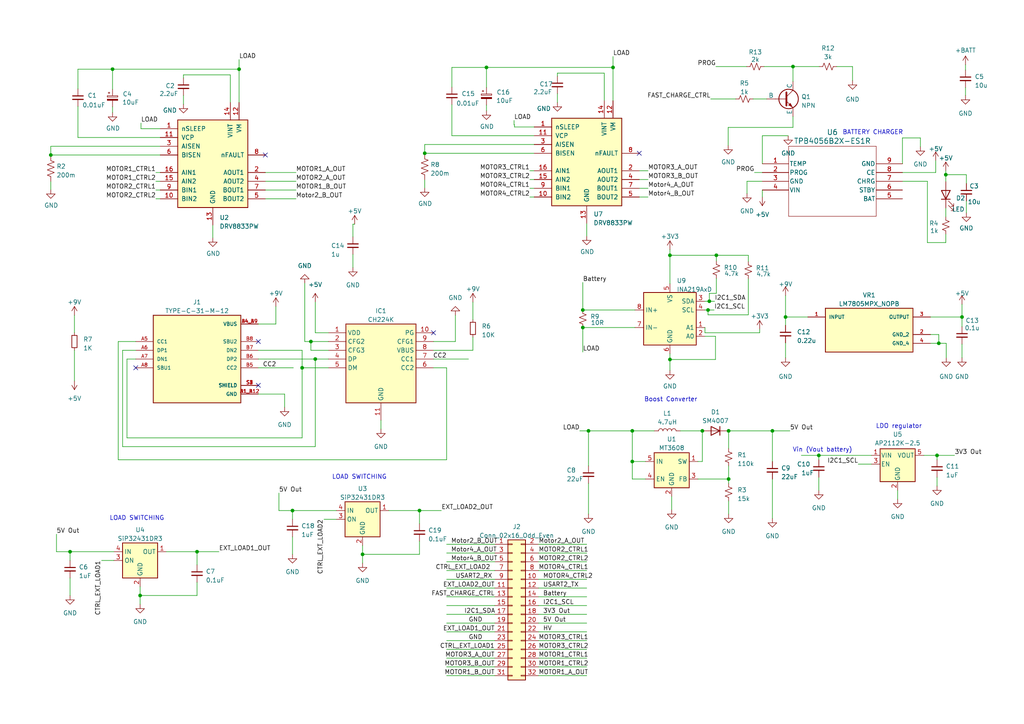
<source format=kicad_sch>
(kicad_sch (version 20230121) (generator eeschema)
  (paper "A4")
  (title_block (title "Micromouse") (date "2025-03-22") (rev "1") (company "University Of Cape Town") (comment 2 "Athaliah Pillay") (comment 3 "Maishikoe Nchabeleng"))
  (junction (at 211.328 138.938))
  (junction (at 169.037 89.916))
  (junction (at 272.288 99.568))
  (junction (at 123.19 44.45))
  (junction (at 224.028 124.968))
  (junction (at 84.836 148.082))
  (junction (at 170.688 124.968))
  (junction (at 20.32 160.02))
  (junction (at 207.772 74.041))
  (junction (at 57.15 160.02))
  (junction (at 91.44 104.14))
  (junction (at 274.32 50.673))
  (junction (at 229.997 19.304))
  (junction (at 227.838 91.948))
  (junction (at 203.708 124.968))
  (junction (at 194.31 74.041))
  (junction (at 211.328 124.968))
  (junction (at 183.388 133.858))
  (junction (at 69.342 20.066))
  (junction (at 121.666 148.082))
  (junction (at 169.037 94.996))
  (junction (at 279.019 91.948))
  (junction (at 32.639 20.066))
  (junction (at 105.156 160.782))
  (junction (at 87.63 106.68))
  (junction (at 194.31 104.267))
  (junction (at 141.097 19.558))
  (junction (at 14.732 44.958))
  (junction (at 237.49 132.08))
  (junction (at 205.74 87.376))
  (junction (at 205.359 89.916))
  (junction (at 40.64 172.72))
  (junction (at 271.78 132.08))
  (junction (at 183.388 124.968))
  (junction (at 90.17 99.06))
  (junction (at 177.8 19.558))
  (no_connect (at 125.73 96.52))
  (no_connect (at 74.93 99.06))
  (no_connect (at 39.37 106.68))
  (no_connect (at 185.42 44.45))
  (no_connect (at 76.962 44.958))
  (no_connect (at 74.93 111.76))
  (wire (pts (xy 141.097 19.558) (xy 141.097 25.4)))
  (wire (pts (xy 154.94 39.37) (xy 131.064 39.37)))
  (wire (pts (xy 14.732 42.418) (xy 14.732 44.958)))
  (wire (pts (xy 121.666 148.082) (xy 128.016 148.082)))
  (wire (pts (xy 91.44 129.54) (xy 91.44 104.14)))
  (wire (pts (xy 211.201 36.957) (xy 211.201 42.164)))
  (wire (pts (xy 221.615 19.304) (xy 229.997 19.304)))
  (wire (pts (xy 22.606 20.066) (xy 32.639 20.066)))
  (wire (pts (xy 211.328 135.128) (xy 211.328 138.938)))
  (wire (pts (xy 274.32 50.673) (xy 274.32 52.705)))
  (wire (pts (xy 156.21 188.341) (xy 170.18 188.341)))
  (wire (pts (xy 169.037 94.996) (xy 184.15 94.996)))
  (wire (pts (xy 237.49 132.08) (xy 237.49 133.35)))
  (wire (pts (xy 221.107 47.498) (xy 221.107 39.37)))
  (wire (pts (xy 32.639 30.988) (xy 32.639 32.639)))
  (wire (pts (xy 105.156 160.782) (xy 121.666 160.782)))
  (wire (pts (xy 129.54 133.35) (xy 34.29 133.35)))
  (wire (pts (xy 280.289 50.673) (xy 280.289 53.213)))
  (wire (pts (xy 280.035 25.4) (xy 280.035 27.686)))
  (wire (pts (xy 248.92 134.62) (xy 252.73 134.62)))
  (wire (pts (xy 229.997 33.782) (xy 229.997 36.957)))
  (wire (pts (xy 242.697 19.304) (xy 247.269 19.304)))
  (wire (pts (xy 227.838 85.725) (xy 227.838 91.948)))
  (wire (pts (xy 156.21 180.721) (xy 170.18 180.721)))
  (wire (pts (xy 149.225 36.83) (xy 154.94 36.83)))
  (wire (pts (xy 169.037 81.915) (xy 169.037 89.916)))
  (wire (pts (xy 110.49 121.92) (xy 110.49 124.46)))
  (wire (pts (xy 129.54 165.481) (xy 143.51 165.481)))
  (wire (pts (xy 156.21 168.021) (xy 170.18 168.021)))
  (wire (pts (xy 170.688 124.968) (xy 183.388 124.968)))
  (wire (pts (xy 216.662 52.578) (xy 216.662 56.134)))
  (wire (pts (xy 213.36 28.702) (xy 206.121 28.702)))
  (wire (pts (xy 84.836 148.082) (xy 80.899 148.082)))
  (wire (pts (xy 170.688 135.128) (xy 170.688 124.968)))
  (wire (pts (xy 153.67 52.07) (xy 154.94 52.07)))
  (wire (pts (xy 204.47 97.536) (xy 207.518 97.536)))
  (wire (pts (xy 61.722 65.278) (xy 61.722 68.961)))
  (wire (pts (xy 125.73 101.6) (xy 137.16 101.6)))
  (wire (pts (xy 20.32 160.02) (xy 33.02 160.02)))
  (wire (pts (xy 20.32 160.02) (xy 20.32 162.56)))
  (wire (pts (xy 137.16 97.79) (xy 137.16 101.6)))
  (wire (pts (xy 279.019 91.948) (xy 279.019 94.742)))
  (wire (pts (xy 156.21 165.481) (xy 170.18 165.481)))
  (wire (pts (xy 69.342 17.272) (xy 69.342 20.066)))
  (wire (pts (xy 204.47 96.52) (xy 220.345 96.52)))
  (wire (pts (xy 74.93 104.14) (xy 91.44 104.14)))
  (wire (pts (xy 129.54 162.941) (xy 143.51 162.941)))
  (wire (pts (xy 218.821 50.038) (xy 221.107 50.038)))
  (wire (pts (xy 45.212 52.578) (xy 46.482 52.578)))
  (wire (pts (xy 221.107 52.578) (xy 216.662 52.578)))
  (wire (pts (xy 271.78 132.08) (xy 271.78 133.35)))
  (wire (pts (xy 69.342 20.066) (xy 69.342 29.718)))
  (wire (pts (xy 129.54 173.101) (xy 143.51 173.101)))
  (wire (pts (xy 22.606 30.861) (xy 22.606 39.878)))
  (wire (pts (xy 123.19 44.45) (xy 123.19 44.577)))
  (wire (pts (xy 40.894 37.338) (xy 40.894 35.687)))
  (wire (pts (xy 187.198 133.858) (xy 183.388 133.858)))
  (wire (pts (xy 85.852 50.038) (xy 76.962 50.038)))
  (wire (pts (xy 91.44 104.14) (xy 95.25 104.14)))
  (wire (pts (xy 197.358 124.968) (xy 203.708 124.968)))
  (wire (pts (xy 170.688 140.208) (xy 170.688 149.098)))
  (wire (pts (xy 227.838 91.948) (xy 227.838 94.361)))
  (wire (pts (xy 220.345 95.504) (xy 220.345 96.52)))
  (wire (pts (xy 217.043 91.313) (xy 205.359 91.313)))
  (wire (pts (xy 21.59 91.44) (xy 21.59 96.52)))
  (wire (pts (xy 221.107 39.37) (xy 228.6 39.37)))
  (wire (pts (xy 194.31 104.267) (xy 194.31 107.442)))
  (wire (pts (xy 229.997 19.304) (xy 237.617 19.304)))
  (wire (pts (xy 207.518 97.536) (xy 207.518 104.267)))
  (wire (pts (xy 204.47 96.52) (xy 204.47 94.996)))
  (wire (pts (xy 16.383 154.94) (xy 16.383 160.02)))
  (wire (pts (xy 129.54 195.961) (xy 143.51 195.961)))
  (wire (pts (xy 224.028 138.938) (xy 224.028 150.368)))
  (wire (pts (xy 205.74 85.09) (xy 205.74 87.376)))
  (wire (pts (xy 194.31 72.39) (xy 194.31 74.041)))
  (wire (pts (xy 129.54 185.801) (xy 143.51 185.801)))
  (wire (pts (xy 129.54 190.881) (xy 143.51 190.881)))
  (wire (pts (xy 36.83 104.14) (xy 39.37 104.14)))
  (wire (pts (xy 274.32 67.945) (xy 274.32 70.358)))
  (wire (pts (xy 185.42 52.07) (xy 187.96 52.07)))
  (wire (pts (xy 129.54 170.561) (xy 143.51 170.561)))
  (wire (pts (xy 280.289 58.293) (xy 280.289 61.722)))
  (wire (pts (xy 156.21 190.881) (xy 170.18 190.881)))
  (wire (pts (xy 87.63 127) (xy 36.83 127)))
  (wire (pts (xy 39.37 101.6) (xy 35.56 101.6)))
  (wire (pts (xy 224.028 124.968) (xy 229.108 124.968)))
  (wire (pts (xy 274.447 99.568) (xy 274.447 103.759)))
  (wire (pts (xy 14.732 52.705) (xy 14.732 54.991)))
  (wire (pts (xy 175.26 21.209) (xy 161.671 21.209)))
  (wire (pts (xy 156.21 173.101) (xy 170.18 173.101)))
  (wire (pts (xy 207.772 74.041) (xy 217.043 74.041)))
  (wire (pts (xy 207.518 104.267) (xy 194.31 104.267)))
  (wire (pts (xy 53.213 21.717) (xy 53.213 22.606)))
  (wire (pts (xy 87.63 106.68) (xy 95.25 106.68)))
  (wire (pts (xy 74.93 114.3) (xy 82.55 114.3)))
  (wire (pts (xy 207.645 19.304) (xy 216.535 19.304)))
  (wire (pts (xy 156.21 178.181) (xy 170.18 178.181)))
  (wire (pts (xy 156.21 175.641) (xy 170.18 175.641)))
  (wire (pts (xy 261.747 52.578) (xy 268.986 52.578)))
  (wire (pts (xy 35.56 129.54) (xy 91.44 129.54)))
  (wire (pts (xy 156.21 170.561) (xy 170.18 170.561)))
  (wire (pts (xy 268.986 52.578) (xy 268.986 70.358)))
  (wire (pts (xy 185.42 49.53) (xy 187.96 49.53)))
  (wire (pts (xy 82.55 114.3) (xy 82.55 118.11)))
  (wire (pts (xy 261.747 50.038) (xy 271.399 50.038)))
  (wire (pts (xy 95.25 101.6) (xy 90.17 101.6)))
  (wire (pts (xy 91.44 96.52) (xy 91.44 87.63)))
  (wire (pts (xy 205.359 89.916) (xy 207.137 89.916)))
  (wire (pts (xy 274.32 49.53) (xy 274.32 50.673)))
  (wire (pts (xy 227.838 99.441) (xy 227.838 103.759)))
  (wire (pts (xy 129.54 168.021) (xy 143.51 168.021)))
  (wire (pts (xy 90.17 101.6) (xy 90.17 99.06)))
  (wire (pts (xy 232.41 132.08) (xy 237.49 132.08)))
  (wire (pts (xy 125.73 99.06) (xy 132.08 99.06)))
  (wire (pts (xy 74.93 106.68) (xy 85.09 106.68)))
  (wire (pts (xy 84.836 148.082) (xy 84.836 150.622)))
  (wire (pts (xy 279.019 99.822) (xy 279.019 103.759)))
  (wire (pts (xy 84.836 155.702) (xy 84.836 160.782)))
  (wire (pts (xy 247.269 19.304) (xy 247.269 23.368)))
  (wire (pts (xy 40.64 170.18) (xy 40.64 172.72)))
  (wire (pts (xy 76.962 55.118) (xy 85.852 55.118)))
  (wire (pts (xy 87.63 101.6) (xy 87.63 106.68)))
  (wire (pts (xy 156.21 185.801) (xy 170.18 185.801)))
  (wire (pts (xy 156.21 195.961) (xy 170.18 195.961)))
  (wire (pts (xy 22.606 20.066) (xy 22.606 25.781)))
  (wire (pts (xy 87.63 106.68) (xy 87.63 127)))
  (wire (pts (xy 185.42 57.15) (xy 187.96 57.15)))
  (wire (pts (xy 153.67 57.15) (xy 154.94 57.15)))
  (wire (pts (xy 156.21 183.261) (xy 170.18 183.261)))
  (wire (pts (xy 76.962 52.578) (xy 85.852 52.578)))
  (wire (pts (xy 102.362 65.024) (xy 102.87 65.024)))
  (wire (pts (xy 36.83 127) (xy 36.83 104.14)))
  (wire (pts (xy 102.362 65.024) (xy 102.362 68.707)))
  (wire (pts (xy 21.59 101.6) (xy 21.59 110.49)))
  (wire (pts (xy 218.44 28.702) (xy 222.377 28.702)))
  (wire (pts (xy 129.54 178.181) (xy 143.51 178.181)))
  (wire (pts (xy 129.54 193.421) (xy 143.51 193.421)))
  (wire (pts (xy 105.156 158.242) (xy 105.156 160.782)))
  (wire (pts (xy 217.043 80.899) (xy 217.043 91.313)))
  (wire (pts (xy 280.035 18.796) (xy 280.035 20.32)))
  (wire (pts (xy 121.666 148.082) (xy 121.666 151.892)))
  (wire (pts (xy 69.342 20.066) (xy 32.639 20.066)))
  (wire (pts (xy 125.73 104.14) (xy 135.89 104.14)))
  (wire (pts (xy 161.671 21.209) (xy 161.671 22.098)))
  (wire (pts (xy 272.288 99.568) (xy 274.447 99.568)))
  (wire (pts (xy 131.064 19.558) (xy 131.064 25.273)))
  (wire (pts (xy 169.037 89.916) (xy 184.15 89.916)))
  (wire (pts (xy 66.802 21.717) (xy 53.213 21.717)))
  (wire (pts (xy 102.362 73.787) (xy 102.362 77.597)))
  (wire (pts (xy 207.772 85.09) (xy 205.74 85.09)))
  (wire (pts (xy 234.315 91.948) (xy 227.838 91.948)))
  (wire (pts (xy 268.986 70.358) (xy 274.32 70.358)))
  (wire (pts (xy 132.08 91.44) (xy 132.08 99.06)))
  (wire (pts (xy 211.328 124.968) (xy 211.328 130.048)))
  (wire (pts (xy 169.037 94.996) (xy 169.037 102.108)))
  (wire (pts (xy 177.8 16.383) (xy 177.8 19.558)))
  (wire (pts (xy 74.93 93.98) (xy 80.01 93.98)))
  (wire (pts (xy 45.212 55.118) (xy 46.482 55.118)))
  (wire (pts (xy 131.064 30.353) (xy 131.064 39.37)))
  (wire (pts (xy 177.8 19.558) (xy 141.097 19.558)))
  (wire (pts (xy 183.388 124.968) (xy 189.738 124.968)))
  (wire (pts (xy 149.225 36.195) (xy 149.225 36.83)))
  (wire (pts (xy 237.49 132.08) (xy 252.73 132.08)))
  (wire (pts (xy 194.31 74.041) (xy 194.31 82.296)))
  (wire (pts (xy 46.482 37.338) (xy 40.894 37.338)))
  (wire (pts (xy 183.388 124.968) (xy 183.388 133.858)))
  (wire (pts (xy 194.31 102.616) (xy 194.31 104.267)))
  (wire (pts (xy 91.44 96.52) (xy 95.25 96.52)))
  (wire (pts (xy 260.35 142.24) (xy 260.35 144.78)))
  (wire (pts (xy 123.19 41.91) (xy 123.19 44.45)))
  (wire (pts (xy 137.16 87.63) (xy 137.16 92.71)))
  (wire (pts (xy 105.156 160.782) (xy 105.156 163.322)))
  (wire (pts (xy 156.21 162.941) (xy 170.18 162.941)))
  (wire (pts (xy 40.64 172.72) (xy 57.15 172.72)))
  (wire (pts (xy 95.25 99.06) (xy 90.17 99.06)))
  (wire (pts (xy 224.028 124.968) (xy 211.328 124.968)))
  (wire (pts (xy 53.213 27.686) (xy 53.213 30.226)))
  (wire (pts (xy 129.54 188.341) (xy 143.51 188.341)))
  (wire (pts (xy 129.54 183.261) (xy 143.51 183.261)))
  (wire (pts (xy 156.21 157.861) (xy 170.18 157.861)))
  (wire (pts (xy 274.32 60.325) (xy 274.32 62.865)))
  (wire (pts (xy 269.875 97.028) (xy 272.288 97.028)))
  (wire (pts (xy 205.74 87.376) (xy 207.264 87.376)))
  (wire (pts (xy 66.802 21.717) (xy 66.802 29.718)))
  (wire (pts (xy 271.78 132.08) (xy 276.86 132.08)))
  (wire (pts (xy 153.67 49.53) (xy 154.94 49.53)))
  (wire (pts (xy 185.42 54.61) (xy 187.96 54.61)))
  (wire (pts (xy 183.388 138.938) (xy 187.198 138.938)))
  (wire (pts (xy 129.54 157.861) (xy 143.51 157.861)))
  (wire (pts (xy 14.732 42.418) (xy 46.482 42.418)))
  (wire (pts (xy 88.392 82.169) (xy 88.392 99.06)))
  (wire (pts (xy 141.097 30.48) (xy 141.097 32.131)))
  (wire (pts (xy 168.148 124.968) (xy 170.688 124.968)))
  (wire (pts (xy 34.29 99.06) (xy 39.37 99.06)))
  (wire (pts (xy 20.32 167.64) (xy 20.32 172.72)))
  (wire (pts (xy 161.671 27.178) (xy 161.671 29.718)))
  (wire (pts (xy 131.064 19.558) (xy 141.097 19.558)))
  (wire (pts (xy 125.73 106.68) (xy 129.54 106.68)))
  (wire (pts (xy 45.212 50.038) (xy 46.482 50.038)))
  (wire (pts (xy 149.098 34.925) (xy 149.098 36.195)))
  (wire (pts (xy 129.54 175.641) (xy 143.51 175.641)))
  (wire (pts (xy 211.328 138.938) (xy 211.328 140.208)))
  (wire (pts (xy 274.32 50.673) (xy 280.289 50.673)))
  (wire (pts (xy 129.54 180.721) (xy 143.51 180.721)))
  (wire (pts (xy 29.464 162.56) (xy 33.02 162.56)))
  (wire (pts (xy 183.388 133.858) (xy 183.388 138.938)))
  (wire (pts (xy 207.772 74.041) (xy 207.772 75.692)))
  (wire (pts (xy 90.17 99.06) (xy 88.392 99.06)))
  (wire (pts (xy 74.93 101.6) (xy 87.63 101.6)))
  (wire (pts (xy 45.212 57.658) (xy 46.482 57.658)))
  (wire (pts (xy 57.15 160.02) (xy 63.5 160.02)))
  (wire (pts (xy 266.954 40.005) (xy 266.954 42.545)))
  (wire (pts (xy 48.26 160.02) (xy 57.15 160.02)))
  (wire (pts (xy 272.288 97.028) (xy 272.288 99.568)))
  (wire (pts (xy 237.49 138.43) (xy 237.49 142.24)))
  (wire (pts (xy 129.54 160.401) (xy 143.51 160.401)))
  (wire (pts (xy 224.028 133.858) (xy 224.028 124.968)))
  (wire (pts (xy 112.776 148.082) (xy 121.666 148.082)))
  (wire (pts (xy 229.997 36.957) (xy 211.201 36.957)))
  (wire (pts (xy 279.019 88.265) (xy 279.019 91.948)))
  (wire (pts (xy 207.772 80.772) (xy 207.772 85.09)))
  (wire (pts (xy 156.21 160.401) (xy 170.18 160.401)))
  (wire (pts (xy 203.708 124.968) (xy 203.708 133.858)))
  (wire (pts (xy 177.8 19.558) (xy 177.8 29.21)))
  (wire (pts (xy 20.32 160.02) (xy 16.383 160.02)))
  (wire (pts (xy 211.328 145.288) (xy 211.328 149.098)))
  (wire (pts (xy 229.997 19.304) (xy 229.997 23.622)))
  (wire (pts (xy 170.18 64.77) (xy 170.18 68.453)))
  (wire (pts (xy 14.732 44.958) (xy 14.732 45.085)))
  (wire (pts (xy 204.47 89.916) (xy 205.359 89.916)))
  (wire (pts (xy 271.399 46.609) (xy 271.399 50.038)))
  (wire (pts (xy 14.732 44.958) (xy 46.482 44.958)))
  (wire (pts (xy 175.26 21.209) (xy 175.26 29.21)))
  (wire (pts (xy 261.747 40.005) (xy 266.954 40.005)))
  (wire (pts (xy 35.56 101.6) (xy 35.56 129.54)))
  (wire (pts (xy 204.47 87.376) (xy 205.74 87.376)))
  (wire (pts (xy 80.899 143.002) (xy 80.899 148.082)))
  (wire (pts (xy 153.67 54.61) (xy 154.94 54.61)))
  (wire (pts (xy 76.962 57.658) (xy 85.852 57.658)))
  (wire (pts (xy 121.666 160.782) (xy 121.666 156.972)))
  (wire (pts (xy 261.747 47.498) (xy 261.747 40.005)))
  (wire (pts (xy 267.97 132.08) (xy 271.78 132.08)))
  (wire (pts (xy 32.639 20.066) (xy 32.639 25.908)))
  (wire (pts (xy 40.64 172.72) (xy 40.64 175.26)))
  (wire (pts (xy 129.54 106.68) (xy 129.54 133.35)))
  (wire (pts (xy 205.359 91.313) (xy 205.359 89.916)))
  (wire (pts (xy 123.19 44.45) (xy 154.94 44.45)))
  (wire (pts (xy 123.19 52.197) (xy 123.19 54.483)))
  (wire (pts (xy 269.875 91.948) (xy 279.019 91.948)))
  (wire (pts (xy 46.482 39.878) (xy 22.606 39.878)))
  (wire (pts (xy 57.15 172.72) (xy 57.15 168.91)))
  (wire (pts (xy 194.31 74.041) (xy 207.772 74.041)))
  (wire (pts (xy 221.107 57.15) (xy 221.107 55.118)))
  (wire (pts (xy 156.21 193.421) (xy 170.18 193.421)))
  (wire (pts (xy 269.875 99.568) (xy 272.288 99.568)))
  (wire (pts (xy 149.098 36.195) (xy 149.225 36.195)))
  (wire (pts (xy 80.01 88.9) (xy 80.01 93.98)))
  (wire (pts (xy 202.438 138.938) (xy 211.328 138.938)))
  (wire (pts (xy 123.19 41.91) (xy 154.94 41.91)))
  (wire (pts (xy 194.818 144.018) (xy 194.818 147.828)))
  (wire (pts (xy 84.836 148.082) (xy 97.536 148.082)))
  (wire (pts (xy 203.708 133.858) (xy 202.438 133.858)))
  (wire (pts (xy 34.29 133.35) (xy 34.29 99.06)))
  (wire (pts (xy 271.78 138.43) (xy 271.78 140.97)))
  (wire (pts (xy 57.15 160.02) (xy 57.15 163.83)))
  (wire (pts (xy 217.043 74.041) (xy 217.043 75.819)))
  (wire (pts (xy 93.98 150.622) (xy 97.536 150.622)))
  (text "BATTERY CHARGER" (at 244.348 39.243 0) (effects (font (size 1.27 1.27)) (justify left bottom)))
  (text "LOAD SWITCHING\n" (at 31.75 151.13 0) (effects (font (size 1.27 1.27)) (justify left bottom)))
  (text "Vin (Vout battery)\n\n" (at 229.87 133.35 0) (effects (font (size 1.27 1.27)) (justify left bottom)))
  (text "LOAD SWITCHING\n" (at 96.266 139.192 0) (effects (font (size 1.27 1.27)) (justify left bottom)))
  (text "LDO regulator" (at 254 124.46 0) (effects (font (size 1.27 1.27)) (justify left bottom)))
  (text "Boost Converter\n" (at 202.311 116.713 0) (effects (font (size 1.27 1.27)) (justify right bottom)))
  (label "MOTOR4_CTRL2" (at 153.67 57.15 180))
  (label "I2C1_SCL" (at 248.92 134.62 180))
  (label "MOTOR4_CTRL1" (at 153.67 54.61 180))
  (label "MOTOR3_A_OUT" (at 143.51 190.881 180))
  (label "MOTOR3_A_OUT" (at 187.96 49.53 0))
  (label "MOTOR1_B_OUT" (at 143.51 195.961 180))
  (label "MOTOR3_CTRL2" (at 153.67 52.07 180))
  (label "I2C1_SCL" (at 157.48 175.641 0))
  (label "USART2_RX" (at 132.08 168.021 0))
  (label "USART2_TX" (at 157.48 170.561 0))
  (label "MOTOR2_CTRL2" (at 45.212 57.658 180))
  (label "GND" (at 135.89 180.721 0))
  (label "MOTOR3_B_OUT" (at 143.51 193.421 180))
  (label "CTRL_EXT_LOAD1" (at 29.464 162.56 270))
  (label "MOTOR2_A_OUT" (at 85.852 52.578 0))
  (label "LOAD" (at 177.8 16.383 0))
  (label "Motor2_B_OUT" (at 130.81 157.861 0))
  (label "3V3 Out" (at 276.86 132.08 0))
  (label "CC2" (at 76.2 106.68 0))
  (label "Motor4_A_OUT" (at 187.96 54.61 0))
  (label "MOTOR1_A_OUT" (at 156.21 195.961 0))
  (label "MOTOR3_B_OUT" (at 187.96 52.07 0))
  (label "EXT_LOAD2_OUT" (at 143.51 170.561 180))
  (label "EXT_LOAD2_OUT" (at 128.016 148.082 0))
  (label "LOAD" (at 169.037 102.108 0))
  (label "Battery" (at 169.037 81.915 0))
  (label "MOTOR2_CTRL2" (at 156.21 162.941 0))
  (label "Motor2_A_OUT" (at 156.21 157.861 0))
  (label "FAST_CHARGE_CTRL" (at 206.121 28.702 180))
  (label "5V Out" (at 80.899 143.002 0))
  (label "MOTOR1_A_OUT" (at 85.852 50.038 0))
  (label "MOTOR1_CTRL2" (at 156.21 193.421 0))
  (label "MOTOR1_CTRL1" (at 156.21 190.881 0))
  (label "Battery" (at 157.48 173.101 0))
  (label "CTRL_EXT_LOAD2" (at 142.24 165.481 180))
  (label "MOTOR1_B_OUT" (at 85.852 55.118 0))
  (label "MOTOR4_CTRL2" (at 157.48 168.021 0))
  (label "EXT_LOAD1_OUT" (at 143.51 183.261 180))
  (label "LOAD" (at 149.098 34.925 0))
  (label "LOAD" (at 168.148 124.968 180))
  (label "5V Out" (at 16.383 154.94 0))
  (label "MOTOR3_CTRL1" (at 156.21 185.801 0))
  (label "GND" (at 135.89 185.801 0))
  (label "MOTOR2_CTRL1" (at 45.212 55.118 180))
  (label "CC2" (at 129.54 104.14 180))
  (label "Motor4_B_OUT" (at 187.96 57.15 0))
  (label "MOTOR2_CTRL1" (at 156.21 160.401 0))
  (label "MOTOR3_CTRL2" (at 156.21 188.341 0))
  (label "LOAD" (at 69.342 17.272 0))
  (label "I2C1_SCL" (at 207.137 89.916 0))
  (label "3V3 Out" (at 157.48 178.181 0))
  (label "I2C1_SDA" (at 207.264 87.376 0))
  (label "MOTOR1_CTRL1" (at 45.212 50.038 180))
  (label "MOTOR4_CTRL1" (at 156.21 165.481 0))
  (label "MOTOR3_CTRL1" (at 153.67 49.53 180))
  (label "PROG" (at 207.645 19.304 180))
  (label "5V Out" (at 229.108 124.968 0))
  (label "MOTOR1_CTRL2" (at 45.212 52.578 180))
  (label "I2C1_SDA" (at 134.62 178.181 0))
  (label "CTRL_EXT_LOAD2" (at 93.98 150.622 270))
  (label "PROG" (at 218.821 50.038 180))
  (label "5V Out" (at 157.48 180.721 0))
  (label "Motor4_A_OUT" (at 130.81 160.401 0))
  (label "FAST_CHARGE_CTRL" (at 143.51 173.101 180))
  (label "Motor2_B_OUT" (at 85.852 57.658 0))
  (label "CTRL_EXT_LOAD1" (at 143.51 188.341 180))
  (label "EXT_LOAD1_OUT" (at 63.5 160.02 0))
  (label "HV" (at 157.48 183.261 0))
  (label "LOAD" (at 40.894 35.687 0))
  (label "Motor4_B_OUT" (at 130.81 162.941 0))
  (symbol (lib_id "Device:R_Small_US") (at 207.772 78.232 0) (unit 1)
    (property "Reference" "R10" (at 209.931 77.597 0) (effects (justify left)))
    (property "Value" "4.7k" (at 210.058 79.375 0) (effects (justify left)))
  )
  (symbol (lib_id "Device:R_Small_US") (at 217.043 78.359 0) (unit 1)
    (property "Reference" "R11" (at 219.202 77.724 0) (effects (justify left)))
    (property "Value" "4.7k" (at 219.329 79.502 0) (effects (justify left)))
  )
  (symbol (lib_id "2025-03-25_19-53-50:TPB4056B2X-ES1R") (at 221.107 47.498 0) (unit 1)
    (property "Reference" "U6" (at 241.427 38.354 0) (effects (font (size 1.524 1.524))))
    (property "Value" "TPB4056B2X-ES1R" (at 241.427 40.894 0) (effects (font (size 1.524 1.524))))
    (property "Footprint" "ES1ESOP-8-F_TPK" (effects hide))
    (property "Datasheet" "TPB4056B2X-ES1R" (effects hide))
  )
  (symbol (lib_id "power:GND") (at 224.028 150.368 0) (unit 1)
    (property "Reference" "#PWR010" (effects hide))
    (property "Value" "GND" (at 224.028 155.448 0))
  )
  (symbol (lib_id "power:+BATT") (at 280.035 18.796 0) (unit 1)
    (property "Reference" "#PWR040" (effects hide))
    (property "Value" "+BATT" (at 280.035 14.605 0))
  )
  (symbol (lib_id "power:GND") (at 102.362 77.597 0) (unit 1)
    (property "Reference" "#PWR029" (effects hide))
    (property "Value" "GND" (at 102.362 82.677 0))
  )
  (symbol (lib_id "Power_Management:SiP32431DR3") (at 40.64 162.56 0) (unit 1)
    (property "Reference" "U4" (at 40.64 153.67 0))
    (property "Value" "SiP32431DR3" (at 40.64 156.21 0))
    (property "Footprint" "Package_TO_SOT_SMD:SOT-363_SC-70-6" (effects hide))
    (property "Datasheet" "http://www.vishay.com.hk/docs/66597/sip32431.pdf" (effects hide))
  )
  (symbol (lib_id "Regulator_Linear:AP2112K-2.5") (at 260.35 134.62 0) (unit 1)
    (property "Reference" "U5" (at 260.35 125.984 0))
    (property "Value" "AP2112K-2.5" (at 260.35 128.524 0))
    (property "Footprint" "Package_TO_SOT_SMD:SOT-23-5" (effects hide))
    (property "Datasheet" "https://www.diodes.com/assets/Datasheets/AP2112.pdf" (effects hide))
  )
  (symbol (lib_id "power:GND") (at 247.269 23.368 0) (unit 1)
    (property "Reference" "#PWR019" (effects hide))
    (property "Value" "GND" (at 247.269 28.829 0))
  )
  (symbol (lib_id "Device:L") (at 193.548 124.968 90) (unit 1)
    (property "Reference" "L1" (at 193.548 119.888 90))
    (property "Value" "4.7uH" (at 193.548 122.428 90))
  )
  (symbol (lib_id "power:GND") (at 271.78 140.97 0) (unit 1)
    (property "Reference" "#PWR013" (effects hide))
    (property "Value" "GND" (at 271.78 146.05 0))
  )
  (symbol (lib_id "Device:C_Small") (at 280.289 55.753 0) (unit 1)
    (property "Reference" "C3" (at 281.178 53.975 0) (effects (justify left)))
    (property "Value" "10u" (at 280.67 58.547 0) (effects (justify left)))
  )
  (symbol (lib_id "Device:C_Small") (at 237.49 135.89 0) (unit 1)
    (property "Reference" "C10" (at 231.14 134.62 0) (effects (justify left)))
    (property "Value" "1uF" (at 232.41 137.16 0) (effects (justify left)))
  )
  (symbol (lib_id "Device:C_Polarized_Small") (at 32.639 28.448 0) (unit 1)
    (property "Reference" "C4" (at 35.56 27.2669 0) (effects (justify left)))
    (property "Value" "10uF" (at 35.433 29.6799 0) (effects (justify left)))
  )
  (symbol (lib_id "TYPE-C-31-M-12:TYPE-C-31-M-12") (at 57.15 104.14 0) (unit 1)
    (property "Reference" "J1" (at 57.15 87.63 0))
    (property "Value" "TYPE-C-31-M-12" (at 57.15 90.17 0))
    (property "Footprint" "TYPE-C-31-M-12:HRO_TYPE-C-31-M-12" (effects hide))
    (property "MF" "HRO Electronics Co., Ltd." (effects hide))
    (property "MAXIMUM_PACKAGE_HEIGHT" "3.26 mm" (effects hide))
    (property "Package" "Package" (effects hide))
    (property "Price" "None" (effects hide))
    (property "Check_prices" "https://www.snapeda.com/parts/TYPE-C-31-M-12/HRO+Electronics+Co.%252C+Ltd./view-part/?ref=eda" (effects hide))
    (property "STANDARD" "Manufacturer Recommendations" (effects hide))
    (property "PARTREV" "2020.12.08" (effects hide))
    (property "SnapEDA_Link" "https://www.snapeda.com/parts/TYPE-C-31-M-12/HRO+Electronics+Co.%252C+Ltd./view-part/?ref=snap" (effects hide))
    (property "MP" "TYPE-C-31-M-12" (effects hide))
    (property "Description" "\n                        \n                            USB Connectors 24 Receptacle 1 8.94*7.3mm RoHS\n                        \n" (effects hide))
    (property "SNAPEDA_PN" "TYPE-C-31-M-12" (effects hide))
    (property "Availability" "Not in stock" (effects hide))
    (property "MANUFACTURER" "HRO Electronics Co., Ltd." (effects hide))
  )
  (symbol (lib_id "Device:R_US") (at 14.732 48.895 0) (unit 1)
    (property "Reference" "R2" (at 16.383 48.26 0) (effects (justify left)))
    (property "Value" "200m" (at 16.383 50.8 0) (effects (justify left)))
  )
  (symbol (lib_id "LM7805MPX_NOPB:LM7805MPX_NOPB") (at 252.095 94.488 0) (unit 1)
    (property "Reference" "VR1" (at 252.095 85.598 0))
    (property "Value" "LM7805MPX_NOPB" (at 252.095 88.138 0))
    (property "Footprint" "LM7805MPX_NOPB:VREG_LM7805MPX_NOPB" (effects hide))
    (property "MF" "Texas Instruments" (effects hide))
    (property "MAXIMUM_PACKAGE_HEIGHT" "1.80 mm" (effects hide))
    (property "Package" "SOT-223-4 Texas Instruments" (effects hide))
    (property "Price" "None" (effects hide))
    (property "Check_prices" "https://www.snapeda.com/parts/LM7805MPX/NOPB/Texas+Instruments/view-part/?ref=eda" (effects hide))
    (property "STANDARD" "Manufacturer Recommendations" (effects hide))
    (property "PARTREV" "L" (effects hide))
    (property "SnapEDA_Link" "https://www.snapeda.com/parts/LM7805MPX/NOPB/Texas+Instruments/view-part/?ref=snap" (effects hide))
    (property "MP" "LM7805MPX/NOPB" (effects hide))
    (property "Description" "\n                        \n                            1.5-A, 30-V, linear voltage regulator\n                        \n" (effects hide))
    (property "Availability" "In Stock" (effects hide))
    (property "MANUFACTURER" "Texas Instruments" (effects hide))
  )
  (symbol (lib_id "power:+5V") (at 221.107 57.15 180) (unit 1)
    (property "Reference" "#PWR014" (effects hide))
    (property "Value" "+5V" (at 221.107 62.23 0))
  )
  (symbol (lib_id "power:+9V") (at 137.16 87.63 0) (unit 1)
    (property "Reference" "#PWR023" (effects hide))
    (property "Value" "+9V" (at 137.16 83.82 0))
  )
  (symbol (lib_id "Device:R_Small_US") (at 211.328 132.588 0) (unit 1)
    (property "Reference" "R1" (at 213.868 131.953 0) (effects (justify left)))
    (property "Value" "110k" (at 213.868 134.493 0) (effects (justify left)))
  )
  (symbol (lib_id "Device:C_Small") (at 271.78 135.89 0) (unit 1)
    (property "Reference" "C11" (at 274.32 135.2613 0) (effects (justify left)))
    (property "Value" "1uF" (at 274.32 137.8013 0) (effects (justify left)))
  )
  (symbol (lib_id "power:+3V3") (at 194.31 72.39 0) (unit 1)
    (property "Reference" "#PWR02" (effects hide))
    (property "Value" "+3V3" (at 194.31 68.58 0))
  )
  (symbol (lib_id "Driver_Motor:DRV8833PW") (at 170.18 46.99 0) (unit 1)
    (property "Reference" "U7" (at 172.1359 62.103 0) (effects (justify left)))
    (property "Value" "DRV8833PW" (at 172.1359 64.643 0) (effects (justify left)))
    (property "Footprint" "Package_SO:TSSOP-16_4.4x5mm_P0.65mm" (effects hide))
    (property "Datasheet" "http://www.ti.com/lit/ds/symlink/drv8833.pdf" (effects hide))
  )
  (symbol (lib_id "Device:R_Small_US") (at 240.157 19.304 90) (unit 1)
    (property "Reference" "R12" (at 240.157 13.97 90))
    (property "Value" "3k" (at 240.157 16.51 90))
  )
  (symbol (lib_id "power:+5V") (at 91.44 87.63 0) (unit 1)
    (property "Reference" "#PWR030" (effects hide))
    (property "Value" "+5V" (at 91.44 82.55 0))
  )
  (symbol (lib_id "power:GND") (at 161.671 29.718 0) (unit 1)
    (property "Reference" "#PWR037" (effects hide))
    (property "Value" "GND" (at 157.734 31.496 0))
  )
  (symbol (lib_id "power:GND") (at 32.639 32.639 0) (unit 1)
    (property "Reference" "#PWR04" (effects hide))
    (property "Value" "GND" (at 32.766 37.211 0))
  )
  (symbol (lib_id "Device:R_Small_US") (at 215.9 28.702 90) (unit 1)
    (property "Reference" "R5" (at 215.9 24.13 90))
    (property "Value" "1k" (at 215.9 26.67 90))
  )
  (symbol (lib_id "power:GND") (at 280.035 27.686 0) (unit 1)
    (property "Reference" "#PWR041" (effects hide))
    (property "Value" "GND" (at 280.035 32.893 0))
  )
  (symbol (lib_id "power:GND") (at 211.201 42.164 0) (unit 1)
    (property "Reference" "#PWR042" (effects hide))
    (property "Value" "GND" (at 211.201 46.99 0))
  )
  (symbol (lib_id "power:GND") (at 88.392 82.169 180) (unit 1)
    (property "Reference" "#PWR031" (effects hide))
    (property "Value" "GND" (at 88.392 77.089 0))
  )
  (symbol (lib_id "power:GND") (at 53.213 30.226 0) (unit 1)
    (property "Reference" "#PWR05" (effects hide))
    (property "Value" "GND" (at 49.276 32.004 0))
  )
  (symbol (lib_id "Device:R_Small") (at 21.59 99.06 0) (unit 1)
    (property "Reference" "R7" (at 24.13 98.425 0) (effects (justify left)))
    (property "Value" "1K" (at 24.13 100.965 0) (effects (justify left)))
  )
  (symbol (lib_id "Device:R_Small_US") (at 219.075 19.304 90) (unit 1)
    (property "Reference" "R13" (at 219.075 15.113 90))
    (property "Value" "2k" (at 219.075 17.272 90))
  )
  (symbol (lib_id "power:+5V") (at 279.019 88.265 0) (unit 1)
    (property "Reference" "#PWR044" (effects hide))
    (property "Value" "+5V" (at 279.019 85.09 0))
  )
  (symbol (lib_id "Power_Management:SiP32431DR3") (at 105.156 150.622 0) (unit 1)
    (property "Reference" "U3" (at 105.156 141.732 0))
    (property "Value" "SiP32431DR3" (at 105.156 144.272 0))
    (property "Footprint" "Package_TO_SOT_SMD:SOT-363_SC-70-6" (effects hide))
    (property "Datasheet" "http://www.vishay.com.hk/docs/66597/sip32431.pdf" (effects hide))
  )
  (symbol (lib_id "Device:R_Small_US") (at 169.037 92.456 0) (unit 1)
    (property "Reference" "R9" (at 171.196 91.821 0) (effects (justify left)))
    (property "Value" "10R" (at 171.323 93.599 0) (effects (justify left)))
  )
  (symbol (lib_id "Device:C_Small") (at 102.362 71.247 0) (unit 1)
    (property "Reference" "C14" (at 96.012 71.247 0) (effects (justify left)))
    (property "Value" "1u" (at 96.012 73.787 0) (effects (justify left)))
  )
  (symbol (lib_id "power:GND") (at 260.35 144.78 0) (unit 1)
    (property "Reference" "#PWR012" (effects hide))
    (property "Value" "GND" (at 260.35 149.86 0))
  )
  (symbol (lib_id "Device:C_Small") (at 161.671 24.638 0) (unit 1)
    (property "Reference" "C17" (at 156.464 24.384 0) (effects (justify left)))
    (property "Value" "2.2uF" (at 154.686 26.67 0) (effects (justify left)))
  )
  (symbol (lib_id "power:GND") (at 105.156 163.322 0) (unit 1)
    (property "Reference" "#PWR049" (effects hide))
    (property "Value" "GND" (at 105.156 168.402 0))
  )
  (symbol (lib_id "power:GND") (at 20.32 172.72 0) (unit 1)
    (property "Reference" "#PWR047" (effects hide))
    (property "Value" "GND" (at 20.32 177.8 0))
  )
  (symbol (lib_id "power:+3V3") (at 220.345 95.504 0) (unit 1)
    (property "Reference" "#PWR033" (effects hide))
    (property "Value" "+3V3" (at 220.345 91.694 0))
  )
  (symbol (lib_id "Device:C_Small") (at 131.064 27.813 0) (unit 1)
    (property "Reference" "C15" (at 133.858 27.1843 0) (effects (justify left)))
    (property "Value" "0.01uF" (at 132.334 29.972 0) (effects (justify left)))
  )
  (symbol (lib_id "power:GND") (at 274.447 103.759 0) (unit 1)
    (property "Reference" "#PWR046" (effects hide))
    (property "Value" "GND" (at 274.447 109.22 0))
  )
  (symbol (lib_id "Device:C_Small") (at 22.606 28.321 0) (unit 1)
    (property "Reference" "C1" (at 25.4 27.6923 0) (effects (justify left)))
    (property "Value" "0.01uF" (at 23.876 30.48 0) (effects (justify left)))
  )
  (symbol (lib_id "Device:C_Small") (at 57.15 166.37 0) (unit 1)
    (property "Reference" "C7" (at 59.69 165.7413 0) (effects (justify left)))
    (property "Value" "0.1uF" (at 59.69 168.2813 0) (effects (justify left)))
  )
  (symbol (lib_id "CH224K:CH224K") (at 95.25 96.52 0) (unit 1)
    (property "Reference" "IC1" (at 110.49 90.17 0))
    (property "Value" "CH224K" (at 110.49 92.71 0))
    (property "Footprint" "SOP100P600X180-11N" (effects hide))
    (property "Datasheet" "https://datasheet.lcsc.com/lcsc/2204251615_WCH-Jiangsu-Qin-Heng-CH224K_C970725.pdf" (effects hide))
    (property "Height" "1.8" (effects hide))
    (property "Manufacturer_Name" "WCH" (effects hide))
    (property "Manufacturer_Part_Number" "CH224K" (effects hide))
  )
  (symbol (lib_id "Device:C_Small") (at 279.019 97.282 0) (unit 1)
    (property "Reference" "C13" (at 280.035 92.964 0) (effects (justify left)))
    (property "Value" "0.1u" (at 279.781 95.123 0) (effects (justify left)))
  )
  (symbol (lib_id "power:GND") (at 266.954 42.545 0) (unit 1)
    (property "Reference" "#PWR016" (effects hide))
    (property "Value" "GND" (at 266.954 47.625 0))
  )
  (symbol (lib_id "power:GND") (at 61.722 68.961 0) (unit 1)
    (property "Reference" "#PWR01" (effects hide))
    (property "Value" "GND" (at 61.849 73.533 0))
  )
  (symbol (lib_id "Device:R_US") (at 123.19 48.387 0) (unit 1)
    (property "Reference" "R8" (at 124.841 47.752 0) (effects (justify left)))
    (property "Value" "200m" (at 124.841 50.292 0) (effects (justify left)))
  )
  (symbol (lib_id "power:GND") (at 227.838 103.759 0) (unit 1)
    (property "Reference" "#PWR043" (effects hide))
    (property "Value" "GND" (at 227.838 109.22 0))
  )
  (symbol (lib_id "power:GND") (at 110.49 124.46 0) (unit 1)
    (property "Reference" "#PWR022" (effects hide))
    (property "Value" "GND" (at 110.49 129.54 0))
  )
  (symbol (lib_id "power:GND") (at 194.818 147.828 0) (unit 1)
    (property "Reference" "#PWR08" (effects hide))
    (property "Value" "GND" (at 194.818 152.908 0))
  )
  (symbol (lib_id "Device:C_Small") (at 280.035 22.86 0) (unit 1)
    (property "Reference" "C5" (at 282.702 22.2313 0) (effects (justify left)))
    (property "Value" "10u" (at 282.702 24.7713 0) (effects (justify left)))
  )
  (symbol (lib_id "power:GND") (at 40.64 175.26 0) (unit 1)
    (property "Reference" "#PWR03" (effects hide))
    (property "Value" "GND" (at 40.64 180.34 0))
  )
  (symbol (lib_id "power:GND") (at 237.49 142.24 0) (unit 1)
    (property "Reference" "#PWR011" (effects hide))
    (property "Value" "GND" (at 237.49 147.32 0))
  )
  (symbol (lib_id "power:+5V") (at 21.59 110.49 180) (unit 1)
    (property "Reference" "#PWR027" (effects hide))
    (property "Value" "+5V" (at 21.59 115.57 0))
  )
  (symbol (lib_id "Device:LED") (at 274.32 56.515 90) (unit 1)
    (property "Reference" "D2" (at 277.241 57.4675 90) (effects (justify right)))
    (property "Value" "LED" (at 276.098 60.706 90) (effects (justify right)))
  )
  (symbol (lib_id "Device:C_Small") (at 53.213 25.146 0) (unit 1)
    (property "Reference" "C2" (at 48.006 24.892 0) (effects (justify left)))
    (property "Value" "2.2uF" (at 46.228 27.178 0) (effects (justify left)))
  )
  (symbol (lib_id "power:+9V") (at 80.01 88.9 0) (unit 1)
    (property "Reference" "#PWR024" (effects hide))
    (property "Value" "+9V" (at 80.01 85.09 0))
  )
  (symbol (lib_id "Device:C_Small") (at 170.688 137.668 0) (unit 1)
    (property "Reference" "C8" (at 164.338 136.398 0) (effects (justify left)))
    (property "Value" "22uF" (at 164.338 138.938 0) (effects (justify left)))
  )
  (symbol (lib_id "Device:C_Small") (at 224.028 136.398 0) (unit 1)
    (property "Reference" "C9" (at 226.568 135.7693 0) (effects (justify left)))
    (property "Value" "22uF" (at 226.568 138.3093 0) (effects (justify left)))
  )
  (symbol (lib_id "power:GND") (at 132.08 91.44 180) (unit 1)
    (property "Reference" "#PWR032" (effects hide))
    (property "Value" "GND" (at 132.08 86.36 0))
  )
  (symbol (lib_id "Device:C_Small") (at 121.666 154.432 0) (unit 1)
    (property "Reference" "C19" (at 124.206 153.8033 0) (effects (justify left)))
    (property "Value" "0.1uF" (at 124.206 156.3433 0) (effects (justify left)))
  )
  (symbol (lib_id "Device:R_Small") (at 137.16 95.25 0) (unit 1)
    (property "Reference" "R6" (at 139.7 94.615 0) (effects (justify left)))
    (property "Value" "10K" (at 139.7 97.155 0) (effects (justify left)))
  )
  (symbol (lib_id "power:GND") (at 170.18 68.453 0) (unit 1)
    (property "Reference" "#PWR038" (effects hide))
    (property "Value" "GND" (at 170.307 73.025 0))
  )
  (symbol (lib_id "Simulation_SPICE:NPN") (at 227.457 28.702 0) (unit 1)
    (property "Reference" "Q1" (at 232.41 28.067 0) (effects (justify left)))
    (property "Value" "NPN" (at 232.41 30.607 0) (effects (justify left)))
    (property "Sim.Device" "NPN" (effects hide))
    (property "Sim.Type" "GUMMELPOON" (effects hide))
    (property "Sim.Pins" "1=C 2=B 3=E" (effects hide))
  )
  (symbol (lib_id "power:GND") (at 279.019 103.759 0) (unit 1)
    (property "Reference" "#PWR045" (effects hide))
    (property "Value" "GND" (at 279.019 109.22 0))
  )
  (symbol (lib_id "Device:C_Small") (at 84.836 153.162 0) (unit 1)
    (property "Reference" "C18" (at 87.376 152.5333 0) (effects (justify left)))
    (property "Value" "1uF" (at 87.376 155.0733 0) (effects (justify left)))
  )
  (symbol (lib_id "Regulator_Switching:MT3608") (at 194.818 136.398 0) (unit 1)
    (property "Reference" "U1" (at 194.818 127.381 0))
    (property "Value" "MT3608" (at 194.818 129.921 0))
    (property "Footprint" "Package_TO_SOT_SMD:SOT-23-6" (effects hide))
    (property "Datasheet" "https://www.olimex.com/Products/Breadboarding/BB-PWR-3608/resources/MT3608.pdf" (effects hide))
  )
  (symbol (lib_id "power:+5V") (at 102.87 65.024 0) (unit 1)
    (property "Reference" "#PWR028" (effects hide))
    (property "Value" "+5V" (at 102.87 61.214 0))
  )
  (symbol (lib_id "power:GND") (at 82.55 118.11 0) (unit 1)
    (property "Reference" "#PWR025" (effects hide))
    (property "Value" "GND" (at 82.55 123.19 0))
  )
  (symbol (lib_id "Device:C_Small") (at 20.32 165.1 0) (unit 1)
    (property "Reference" "C6" (at 22.86 164.4713 0) (effects (justify left)))
    (property "Value" "1uF" (at 22.86 167.0113 0) (effects (justify left)))
  )
  (symbol (lib_id "power:+5V") (at 271.399 46.609 0) (unit 1)
    (property "Reference" "#PWR017" (effects hide))
    (property "Value" "+5V" (at 271.399 43.18 0))
  )
  (symbol (lib_id "Connector_Generic:Conn_02x16_Odd_Even") (at 148.59 175.641 0) (unit 1)
    (property "Reference" "J2" (at 149.86 152.781 0))
    (property "Value" "Conn_02x16_Odd_Even" (at 149.86 155.321 0))
  )
  (symbol (lib_id "power:+9V") (at 21.59 91.44 0) (unit 1)
    (property "Reference" "#PWR026" (effects hide))
    (property "Value" "+9V" (at 21.59 87.63 0))
  )
  (symbol (lib_id "power:GND") (at 170.688 149.098 0) (unit 1)
    (property "Reference" "#PWR07" (effects hide))
    (property "Value" "GND" (at 170.688 154.178 0))
  )
  (symbol (lib_id "Sensor_Energy:INA219AxD") (at 194.31 92.456 0) (unit 1)
    (property "Reference" "U9" (at 196.2659 81.407 0) (effects (justify left)))
    (property "Value" "INA219AxD" (at 196.2659 83.947 0) (effects (justify left)))
    (property "Footprint" "Package_SO:SOIC-8_3.9x4.9mm_P1.27mm" (effects hide))
    (property "Datasheet" "http://www.ti.com/lit/ds/symlink/ina219.pdf" (effects hide))
  )
  (symbol (lib_id "power:GND") (at 14.732 54.991 0) (unit 1)
    (property "Reference" "#PWR06" (effects hide))
    (property "Value" "GND" (at 14.859 59.563 0))
  )
  (symbol (lib_id "power:GND") (at 211.328 149.098 0) (unit 1)
    (property "Reference" "#PWR09" (effects hide))
    (property "Value" "GND" (at 211.328 154.178 0))
  )
  (symbol (lib_id "power:GND") (at 194.31 107.442 0) (unit 1)
    (property "Reference" "#PWR034" (effects hide))
    (property "Value" "GND" (at 194.31 112.014 0))
  )
  (symbol (lib_id "power:GND") (at 216.662 56.134 0) (unit 1)
    (property "Reference" "#PWR039" (effects hide))
    (property "Value" "GND" (at 216.662 61.214 0))
  )
  (symbol (lib_id "Device:C_Polarized_Small") (at 141.097 27.94 0) (unit 1)
    (property "Reference" "C16" (at 144.018 26.7589 0) (effects (justify left)))
    (property "Value" "10uF" (at 143.891 29.1719 0) (effects (justify left)))
  )
  (symbol (lib_id "power:+9V") (at 227.838 85.725 0) (unit 1)
    (property "Reference" "#PWR021" (effects hide))
    (property "Value" "+9V" (at 227.838 82.423 0))
  )
  (symbol (lib_id "Device:R_Small_US") (at 211.328 142.748 0) (unit 1)
    (property "Reference" "R3" (at 213.868 142.113 0) (effects (justify left)))
    (property "Value" "15k" (at 213.868 144.653 0) (effects (justify left)))
  )
  (symbol (lib_id "Device:R_Small_US") (at 274.32 65.405 0) (unit 1)
    (property "Reference" "R4" (at 269.494 64.77 0) (effects (justify left)))
    (property "Value" "1k" (at 269.748 66.929 0) (effects (justify left)))
  )
  (symbol (lib_id "power:+5V") (at 274.32 49.53 0) (unit 1)
    (property "Reference" "#PWR020" (effects hide))
    (property "Value" "+5V" (at 274.32 45.847 0))
  )
  (symbol (lib_id "power:GND") (at 141.097 32.131 0) (unit 1)
    (property "Reference" "#PWR036" (effects hide))
    (property "Value" "GND" (at 141.224 36.703 0))
  )
  (symbol (lib_id "Driver_Motor:DRV8833PW") (at 61.722 47.498 0) (unit 1)
    (property "Reference" "U2" (at 63.6779 63.119 0) (effects (justify left)))
    (property "Value" "DRV8833PW" (at 63.6779 65.659 0) (effects (justify left)))
    (property "Footprint" "Package_SO:TSSOP-16_4.4x5mm_P0.65mm" (effects hide))
    (property "Datasheet" "http://www.ti.com/lit/ds/symlink/drv8833.pdf" (effects hide))
  )
  (symbol (lib_id "power:GND") (at 123.19 54.483 0) (unit 1)
    (property "Reference" "#PWR035" (effects hide))
    (property "Value" "GND" (at 123.317 59.055 0))
  )
  (symbol (lib_id "power:GND") (at 84.836 160.782 0) (unit 1)
    (property "Reference" "#PWR048" (effects hide))
    (property "Value" "GND" (at 84.836 165.862 0))
  )
  (symbol (lib_id "power:GND") (at 280.289 61.722 0) (unit 1)
    (property "Reference" "#PWR018" (effects hide))
    (property "Value" "GND" (at 280.289 66.167 0))
  )
  (symbol (lib_id "power:GND") (at 228.6 39.37 0) (unit 1)
    (property "Reference" "#PWR015" (effects hide))
    (property "Value" "GND" (at 228.6 44.45 0))
  )
  (symbol (lib_id "Device:C_Small") (at 227.838 96.901 0) (unit 1)
    (property "Reference" "C12" (at 231.14 96.2723 0) (effects (justify left)))
    (property "Value" "0.22u" (at 231.14 98.8123 0) (effects (justify left)))
  )
  (symbol (lib_id "Diode:SM4007") (at 207.518 124.968 180) (unit 1)
    (property "Reference" "D1" (at 207.518 119.507 0))
    (property "Value" "SM4007" (at 207.518 122.047 0))
    (property "Footprint" "Diode_SMD:D_MELF" (effects hide))
    (property "Datasheet" "http://cdn-reichelt.de/documents/datenblatt/A400/SMD1N400%23DIO.pdf" (effects hide))
    (property "Sim.Device" "D" (effects hide))
    (property "Sim.Pins" "1=K 2=A" (effects hide))
  )
)
</source>
